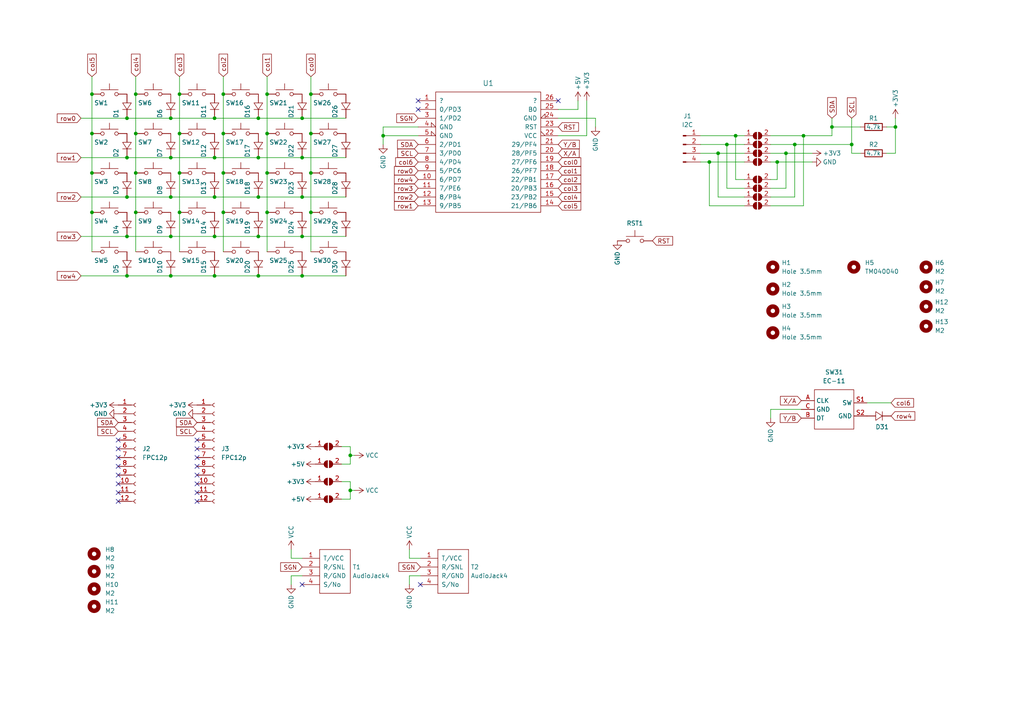
<source format=kicad_sch>
(kicad_sch (version 20230121) (generator eeschema)
  (paper "A4")
  (lib_symbols
    (symbol "Connector:Conn_01x04_Pin" (pin_names (offset 1.016) hide)
      (property "Reference" "J" (at 0 5.08 0))
      (property "Value" "Conn_01x04_Pin" (at 0 -7.62 0))
      (symbol "Conn_01x04_Pin_1_1"
        (pin passive line (at 5.08 2.54 180) (length 3.81) (name "Pin_1") (number "1"))
        (pin passive line (at 5.08 0 180) (length 3.81) (name "Pin_2") (number "2"))
        (pin passive line (at 5.08 -2.54 180) (length 3.81) (name "Pin_3") (number "3"))
        (pin passive line (at 5.08 -5.08 180) (length 3.81) (name "Pin_4") (number "4"))
      )
    )
    (symbol "Connector:Conn_01x12_Socket" (pin_names (offset 1.016) hide)
      (property "Reference" "J" (at 0 15.24 0))
      (property "Value" "Conn_01x12_Socket" (at 0 -17.78 0))
      (symbol "Conn_01x12_Socket_1_1"
        (pin passive line (at -5.08 12.7 0) (length 3.81) (name "Pin_1") (number "1"))
        (pin passive line (at -5.08 -10.16 0) (length 3.81) (name "Pin_10") (number "10"))
        (pin passive line (at -5.08 -12.7 0) (length 3.81) (name "Pin_11") (number "11"))
        (pin passive line (at -5.08 -15.24 0) (length 3.81) (name "Pin_12") (number "12"))
        (pin passive line (at -5.08 10.16 0) (length 3.81) (name "Pin_2") (number "2"))
        (pin passive line (at -5.08 7.62 0) (length 3.81) (name "Pin_3") (number "3"))
        (pin passive line (at -5.08 5.08 0) (length 3.81) (name "Pin_4") (number "4"))
        (pin passive line (at -5.08 2.54 0) (length 3.81) (name "Pin_5") (number "5"))
        (pin passive line (at -5.08 0 0) (length 3.81) (name "Pin_6") (number "6"))
        (pin passive line (at -5.08 -2.54 0) (length 3.81) (name "Pin_7") (number "7"))
        (pin passive line (at -5.08 -5.08 0) (length 3.81) (name "Pin_8") (number "8"))
        (pin passive line (at -5.08 -7.62 0) (length 3.81) (name "Pin_9") (number "9"))
      )
    )
    (symbol "Device:R" (pin_numbers hide) (pin_names (offset 0))
      (property "Reference" "R" (at 2.032 0 90))
      (property "Value" "R" (at 0 0 90))
      (symbol "R_1_1"
        (pin passive line (at 0 3.81 270) (length 1.27) (name "~") (number "1"))
        (pin passive line (at 0 -3.81 90) (length 1.27) (name "~") (number "2"))
      )
    )
    (symbol "DreaM117er_Library:DS_1N4148_SMD"
      (property "Reference" "D" (at 0 2.54 0))
      (property "Value" "1N4148_SMD" (at 0 -2.54 0))
      (symbol "DS_1N4148_SMD_1_1"
        (pin passive line (at -3.81 0 0) (length 2.54) (name "") (number "1"))
        (pin passive line (at 3.175 0 180) (length 2.54) (name "") (number "2"))
      )
    )
    (symbol "DreaM117er_Library:MCU_ProMicro_13p" (pin_names (offset 1.016))
      (property "Reference" "U1" (at 0 24.13 0))
      (symbol "MCU_ProMicro_13p_1_1"
        (pin passive line (at -20.32 16.51 0) (length 5.08) (name "?") (number "1"))
        (pin passive line (at -20.32 -6.35 0) (length 5.08) (name "6/PD7") (number "10"))
        (pin passive line (at -20.32 -8.89 0) (length 5.08) (name "7/PE6") (number "11"))
        (pin passive line (at -20.32 -11.43 0) (length 5.08) (name "8/PB4") (number "12"))
        (pin passive line (at -20.32 -13.97 0) (length 5.08) (name "9/PB5") (number "13"))
        (pin passive line (at 20.32 -13.97 180) (length 5.08) (name "21/PB6") (number "14"))
        (pin passive line (at 20.32 -11.43 180) (length 5.08) (name "23/PB2") (number "15"))
        (pin passive line (at 20.32 -8.89 180) (length 5.08) (name "20/PB3") (number "16"))
        (pin passive line (at 20.32 -6.35 180) (length 5.08) (name "22/PB1") (number "17"))
        (pin passive line (at 20.32 -3.81 180) (length 5.08) (name "26/PF7") (number "18"))
        (pin passive line (at 20.32 -1.27 180) (length 5.08) (name "27/PF6") (number "19"))
        (pin passive line (at -20.32 13.97 0) (length 5.08) (name "0/PD3") (number "2"))
        (pin passive line (at 20.32 1.27 180) (length 5.08) (name "28/PF5") (number "20"))
        (pin passive line (at 20.32 3.81 180) (length 5.08) (name "29/PF4") (number "21"))
        (pin passive output_low (at 20.32 6.35 180) (length 5.08) (name "VCC") (number "22"))
        (pin passive line (at 20.32 8.89 180) (length 5.08) (name "RST") (number "23"))
        (pin passive input_low (at 20.32 11.43 180) (length 5.08) (name "GND") (number "24"))
        (pin passive line (at 20.32 13.97 180) (length 5.08) (name "B0") (number "25"))
        (pin passive line (at 20.32 16.51 180) (length 5.08) (name "?") (number "26"))
        (pin passive line (at -20.32 11.43 0) (length 5.08) (name "1/PD2") (number "3"))
        (pin passive input_low (at -20.32 8.89 0) (length 5.08) (name "GND") (number "4"))
        (pin passive input_low (at -20.32 6.35 0) (length 5.08) (name "GND") (number "5"))
        (pin passive line (at -20.32 3.81 0) (length 5.08) (name "2/PD1") (number "6"))
        (pin passive line (at -20.32 1.27 0) (length 5.08) (name "3/PD0") (number "7"))
        (pin passive line (at -20.32 -1.27 0) (length 5.08) (name "4/PD4") (number "8"))
        (pin passive line (at -20.32 -3.81 0) (length 5.08) (name "5/PC6") (number "9"))
      )
    )
    (symbol "DreaM117er_Library:RotaryEncoder_EC-11"
      (property "Reference" "RE" (at 0 10.16 0))
      (property "Value" "RotaryEncoder_EC-11" (at 0 7.62 0))
      (symbol "RotaryEncoder_EC-11_1_1"
        (pin input line (at -9.525 2.54 0) (length 3.81) (name "CLK") (number "A"))
        (pin input line (at -9.525 -2.54 0) (length 3.81) (name "DT") (number "B"))
        (pin input line (at -9.525 0 0) (length 3.81) (name "GND") (number "C"))
        (pin input line (at 9.525 1.905 180) (length 3.81) (name "SW") (number "S1"))
        (pin input line (at 9.525 -1.905 180) (length 3.81) (name "GND") (number "S2"))
      )
    )
    (symbol "DreaM117er_Library:TRRS" (pin_names (offset 1.016))
      (property "Reference" "T1" (at -3.81 17.78 0))
      (property "Value" "AudioJack4" (at -3.81 15.24 0))
      (symbol "TRRS_1_1"
        (pin input line (at -8.89 10.16 0) (length 5.08) (name "T/VCC") (number "1"))
        (pin input line (at -8.89 7.62 0) (length 5.08) (name "R/SNL") (number "2"))
        (pin input line (at -8.89 5.08 0) (length 5.08) (name "R/GND") (number "3"))
        (pin input line (at -8.89 2.54 0) (length 5.08) (name "S/No") (number "4"))
      )
    )
    (symbol "Jumper:SolderJumper_2_Open" (pin_names (offset 0) hide)
      (property "Reference" "JP" (at 0 2.032 0))
      (property "Value" "SolderJumper_2_Open" (at 0 -2.54 0))
      (symbol "SolderJumper_2_Open_1_1"
        (pin passive line (at -3.81 0 0) (length 2.54) (name "A") (number "1"))
        (pin passive line (at 3.81 0 180) (length 2.54) (name "B") (number "2"))
      )
    )
    (symbol "Mechanical:MountingHole" (pin_names (offset 1.016))
      (property "Reference" "H" (at 0 5.08 0))
      (property "Value" "MountingHole" (at 0 3.175 0))
    )
    (symbol "Switch:SW_Push" (pin_numbers hide) (pin_names (offset 1.016) hide)
      (property "Reference" "SW" (at 1.27 2.54 0))
      (property "Value" "SW_Push" (at 0 -1.524 0))
      (symbol "SW_Push_0_1"
        (pin passive line (at -5.08 0 0) (length 2.54) (name "1") (number "1"))
        (pin passive line (at 5.08 0 180) (length 2.54) (name "2") (number "2"))
      )
    )
    (symbol "power:+3V3" (power) (pin_names (offset 0))
      (property "Value" "+3V3" (at 0 3.556 0))
      (symbol "+3V3_1_1"
        (pin power_in line (at 0 0 90) (length 0) hide (name "+3V3") (number "1"))
      )
    )
    (symbol "power:+5V" (power) (pin_names (offset 0))
      (property "Value" "+5V" (at 0 3.556 0))
      (symbol "+5V_1_1"
        (pin power_in line (at 0 0 90) (length 0) hide (name "+5V") (number "1"))
      )
    )
    (symbol "power:GND" (power) (pin_names (offset 0))
      (property "Value" "GND" (at 0 -3.81 0))
      (symbol "GND_1_1"
        (pin power_in line (at 0 0 270) (length 0) hide (name "GND") (number "1"))
      )
    )
    (symbol "power:VCC" (power) (pin_names (offset 0))
      (property "Value" "VCC" (at 0 3.81 0))
      (symbol "VCC_1_1"
        (pin power_in line (at 0 0 90) (length 0) hide (name "VCC") (number "1"))
      )
    )
  )
  (junction (at 52.07 50.165))
  (junction (at 64.77 27.305))
  (junction (at 77.47 61.595))
  (junction (at 36.83 80.01))
  (junction (at 52.07 61.595))
  (junction (at 62.23 57.15))
  (junction (at 26.67 50.165))
  (junction (at 64.77 61.595))
  (junction (at 52.07 38.735))
  (junction (at 87.63 68.58))
  (junction (at 205.74 46.99))
  (junction (at 36.83 68.58))
  (junction (at 90.17 50.165))
  (junction (at 74.93 68.58))
  (junction (at 111.125 39.37))
  (junction (at 49.53 57.15))
  (junction (at 101.6 142.24))
  (junction (at 259.715 36.83))
  (junction (at 247.015 41.91))
  (junction (at 77.47 27.305))
  (junction (at 227.965 44.45))
  (junction (at 213.36 39.37))
  (junction (at 39.37 61.595))
  (junction (at 74.93 57.15))
  (junction (at 77.47 50.165))
  (junction (at 210.82 41.91))
  (junction (at 87.63 45.72))
  (junction (at 74.93 34.29))
  (junction (at 39.37 27.305))
  (junction (at 52.07 27.305))
  (junction (at 26.67 38.735))
  (junction (at 39.37 50.165))
  (junction (at 62.23 45.72))
  (junction (at 64.77 38.735))
  (junction (at 39.37 38.735))
  (junction (at 74.93 45.72))
  (junction (at 74.93 80.01))
  (junction (at 233.045 39.37))
  (junction (at 208.28 44.45))
  (junction (at 87.63 80.01))
  (junction (at 26.67 61.595))
  (junction (at 36.83 34.29))
  (junction (at 90.17 27.305))
  (junction (at 230.505 41.91))
  (junction (at 49.53 80.01))
  (junction (at 26.67 27.305))
  (junction (at 225.425 46.99))
  (junction (at 87.63 57.15))
  (junction (at 62.23 68.58))
  (junction (at 36.83 45.72))
  (junction (at 62.23 34.29))
  (junction (at 90.17 61.595))
  (junction (at 49.53 34.29))
  (junction (at 87.63 34.29))
  (junction (at 36.83 57.15))
  (junction (at 241.3 36.83))
  (junction (at 49.53 45.72))
  (junction (at 62.23 80.01))
  (junction (at 64.77 50.165))
  (junction (at 49.53 68.58))
  (junction (at 101.6 132.08))
  (junction (at 90.17 38.735))
  (junction (at 77.47 38.735))
  (no_connect (at 121.285 29.21))
  (no_connect (at 121.285 31.75))
  (no_connect (at 34.29 142.875))
  (no_connect (at 87.63 169.545))
  (no_connect (at 121.92 169.545))
  (no_connect (at 57.15 137.795))
  (no_connect (at 57.15 132.715))
  (no_connect (at 57.15 127.635))
  (no_connect (at 34.29 145.415))
  (no_connect (at 57.15 135.255))
  (no_connect (at 34.29 140.335))
  (no_connect (at 57.15 130.175))
  (no_connect (at 57.15 140.335))
  (no_connect (at 34.29 132.715))
  (no_connect (at 34.29 130.175))
  (no_connect (at 34.29 127.635))
  (no_connect (at 57.15 142.875))
  (no_connect (at 57.15 145.415))
  (no_connect (at 161.925 29.21))
  (no_connect (at 34.29 135.255))
  (no_connect (at 34.29 137.795))
  (wire (pts (xy 101.6 134.62) (xy 101.6 132.08)))
  (wire (pts (xy 87.63 161.925) (xy 84.455 161.925)))
  (wire (pts (xy 26.67 50.165) (xy 26.67 61.595)))
  (wire (pts (xy 230.505 41.91) (xy 247.015 41.91)))
  (wire (pts (xy 249.555 44.45) (xy 247.015 44.45)))
  (wire (pts (xy 213.36 52.07) (xy 213.36 39.37)))
  (wire (pts (xy 247.015 41.91) (xy 247.015 44.45)))
  (wire (pts (xy 49.53 45.72) (xy 62.23 45.72)))
  (wire (pts (xy 64.77 22.225) (xy 64.77 27.305)))
  (wire (pts (xy 84.455 167.005) (xy 87.63 167.005)))
  (wire (pts (xy 36.83 57.15) (xy 49.53 57.15)))
  (wire (pts (xy 23.495 68.58) (xy 36.83 68.58)))
  (wire (pts (xy 205.74 46.99) (xy 215.9 46.99)))
  (wire (pts (xy 247.015 34.29) (xy 247.015 41.91)))
  (wire (pts (xy 77.47 27.305) (xy 77.47 38.735)))
  (wire (pts (xy 23.495 80.01) (xy 36.83 80.01)))
  (wire (pts (xy 223.52 52.07) (xy 225.425 52.07)))
  (wire (pts (xy 49.53 68.58) (xy 62.23 68.58)))
  (wire (pts (xy 52.07 38.735) (xy 52.07 50.165)))
  (wire (pts (xy 101.6 132.08) (xy 102.87 132.08)))
  (wire (pts (xy 223.52 59.69) (xy 233.045 59.69)))
  (wire (pts (xy 39.37 38.735) (xy 39.37 50.165)))
  (wire (pts (xy 26.67 61.595) (xy 26.67 73.025)))
  (wire (pts (xy 87.63 45.72) (xy 100.33 45.72)))
  (wire (pts (xy 36.83 68.58) (xy 49.53 68.58)))
  (wire (pts (xy 64.77 27.305) (xy 64.77 38.735)))
  (wire (pts (xy 87.63 68.58) (xy 100.33 68.58)))
  (wire (pts (xy 77.47 61.595) (xy 77.47 73.025)))
  (wire (pts (xy 99.06 139.7) (xy 101.6 139.7)))
  (wire (pts (xy 208.28 44.45) (xy 215.9 44.45)))
  (wire (pts (xy 101.6 144.78) (xy 101.6 142.24)))
  (wire (pts (xy 90.17 61.595) (xy 90.17 73.025)))
  (wire (pts (xy 52.07 50.165) (xy 52.07 61.595)))
  (wire (pts (xy 87.63 57.15) (xy 100.33 57.15)))
  (wire (pts (xy 257.175 44.45) (xy 259.715 44.45)))
  (wire (pts (xy 49.53 80.01) (xy 62.23 80.01)))
  (wire (pts (xy 258.445 116.84) (xy 251.46 116.84)))
  (wire (pts (xy 36.83 45.72) (xy 49.53 45.72)))
  (wire (pts (xy 227.965 54.61) (xy 227.965 44.45)))
  (wire (pts (xy 64.77 38.735) (xy 64.77 50.165)))
  (wire (pts (xy 74.93 45.72) (xy 87.63 45.72)))
  (wire (pts (xy 121.285 36.83) (xy 111.125 36.83)))
  (wire (pts (xy 62.23 57.15) (xy 74.93 57.15)))
  (wire (pts (xy 39.37 50.165) (xy 39.37 61.595)))
  (wire (pts (xy 225.425 52.07) (xy 225.425 46.99)))
  (wire (pts (xy 26.67 22.225) (xy 26.67 27.305)))
  (wire (pts (xy 215.9 57.15) (xy 208.28 57.15)))
  (wire (pts (xy 39.37 22.225) (xy 39.37 27.305)))
  (wire (pts (xy 215.9 54.61) (xy 210.82 54.61)))
  (wire (pts (xy 223.52 44.45) (xy 227.965 44.45)))
  (wire (pts (xy 223.52 57.15) (xy 230.505 57.15)))
  (wire (pts (xy 99.06 134.62) (xy 101.6 134.62)))
  (wire (pts (xy 223.52 39.37) (xy 233.045 39.37)))
  (wire (pts (xy 203.2 39.37) (xy 213.36 39.37)))
  (wire (pts (xy 233.045 59.69) (xy 233.045 39.37)))
  (wire (pts (xy 62.23 45.72) (xy 74.93 45.72)))
  (wire (pts (xy 49.53 57.15) (xy 62.23 57.15)))
  (wire (pts (xy 230.505 57.15) (xy 230.505 41.91)))
  (wire (pts (xy 167.64 31.75) (xy 161.925 31.75)))
  (wire (pts (xy 210.82 41.91) (xy 215.9 41.91)))
  (wire (pts (xy 84.455 161.925) (xy 84.455 159.385)))
  (wire (pts (xy 203.2 46.99) (xy 205.74 46.99)))
  (wire (pts (xy 52.07 61.595) (xy 52.07 73.025)))
  (wire (pts (xy 259.715 36.83) (xy 257.175 36.83)))
  (wire (pts (xy 62.23 68.58) (xy 74.93 68.58)))
  (wire (pts (xy 208.28 57.15) (xy 208.28 44.45)))
  (wire (pts (xy 101.6 129.54) (xy 101.6 132.08)))
  (wire (pts (xy 241.3 39.37) (xy 241.3 36.83)))
  (wire (pts (xy 87.63 80.01) (xy 100.33 80.01)))
  (wire (pts (xy 210.82 54.61) (xy 210.82 41.91)))
  (wire (pts (xy 205.74 59.69) (xy 205.74 46.99)))
  (wire (pts (xy 90.17 27.305) (xy 90.17 38.735)))
  (wire (pts (xy 223.52 54.61) (xy 227.965 54.61)))
  (wire (pts (xy 23.495 34.29) (xy 36.83 34.29)))
  (wire (pts (xy 111.125 41.91) (xy 111.125 39.37)))
  (wire (pts (xy 223.52 121.285) (xy 223.52 118.745)))
  (wire (pts (xy 36.83 34.29) (xy 49.53 34.29)))
  (wire (pts (xy 62.23 34.29) (xy 74.93 34.29)))
  (wire (pts (xy 170.18 39.37) (xy 170.18 29.21)))
  (wire (pts (xy 203.2 41.91) (xy 210.82 41.91)))
  (wire (pts (xy 249.555 36.83) (xy 241.3 36.83)))
  (wire (pts (xy 90.17 50.165) (xy 90.17 61.595)))
  (wire (pts (xy 26.67 38.735) (xy 26.67 50.165)))
  (wire (pts (xy 121.92 161.925) (xy 118.745 161.925)))
  (wire (pts (xy 213.36 39.37) (xy 215.9 39.37)))
  (wire (pts (xy 101.6 142.24) (xy 102.87 142.24)))
  (wire (pts (xy 52.07 22.225) (xy 52.07 27.305)))
  (wire (pts (xy 118.745 167.005) (xy 121.92 167.005)))
  (wire (pts (xy 172.72 36.83) (xy 172.72 34.29)))
  (wire (pts (xy 49.53 34.29) (xy 62.23 34.29)))
  (wire (pts (xy 23.495 57.15) (xy 36.83 57.15)))
  (wire (pts (xy 77.47 50.165) (xy 77.47 61.595)))
  (wire (pts (xy 39.37 61.595) (xy 39.37 73.025)))
  (wire (pts (xy 52.07 27.305) (xy 52.07 38.735)))
  (wire (pts (xy 111.125 36.83) (xy 111.125 39.37)))
  (wire (pts (xy 64.77 61.595) (xy 64.77 73.025)))
  (wire (pts (xy 111.125 39.37) (xy 121.285 39.37)))
  (wire (pts (xy 203.2 44.45) (xy 208.28 44.45)))
  (wire (pts (xy 227.965 44.45) (xy 235.585 44.45)))
  (wire (pts (xy 225.425 46.99) (xy 235.585 46.99)))
  (wire (pts (xy 62.23 80.01) (xy 74.93 80.01)))
  (wire (pts (xy 161.925 39.37) (xy 170.18 39.37)))
  (wire (pts (xy 223.52 118.745) (xy 232.41 118.745)))
  (wire (pts (xy 36.83 80.01) (xy 49.53 80.01)))
  (wire (pts (xy 90.17 38.735) (xy 90.17 50.165)))
  (wire (pts (xy 87.63 34.29) (xy 100.33 34.29)))
  (wire (pts (xy 259.715 34.29) (xy 259.715 36.83)))
  (wire (pts (xy 167.64 29.21) (xy 167.64 31.75)))
  (wire (pts (xy 39.37 27.305) (xy 39.37 38.735)))
  (wire (pts (xy 99.06 144.78) (xy 101.6 144.78)))
  (wire (pts (xy 77.47 22.225) (xy 77.47 27.305)))
  (wire (pts (xy 74.93 68.58) (xy 87.63 68.58)))
  (wire (pts (xy 223.52 46.99) (xy 225.425 46.99)))
  (wire (pts (xy 90.17 22.225) (xy 90.17 27.305)))
  (wire (pts (xy 77.47 38.735) (xy 77.47 50.165)))
  (wire (pts (xy 215.9 52.07) (xy 213.36 52.07)))
  (wire (pts (xy 118.745 161.925) (xy 118.745 159.385)))
  (wire (pts (xy 259.715 44.45) (xy 259.715 36.83)))
  (wire (pts (xy 233.045 39.37) (xy 241.3 39.37)))
  (wire (pts (xy 64.77 50.165) (xy 64.77 61.595)))
  (wire (pts (xy 223.52 41.91) (xy 230.505 41.91)))
  (wire (pts (xy 74.93 34.29) (xy 87.63 34.29)))
  (wire (pts (xy 84.455 169.545) (xy 84.455 167.005)))
  (wire (pts (xy 74.93 80.01) (xy 87.63 80.01)))
  (wire (pts (xy 101.6 139.7) (xy 101.6 142.24)))
  (wire (pts (xy 118.745 169.545) (xy 118.745 167.005)))
  (wire (pts (xy 74.93 57.15) (xy 87.63 57.15)))
  (wire (pts (xy 215.9 59.69) (xy 205.74 59.69)))
  (wire (pts (xy 26.67 27.305) (xy 26.67 38.735)))
  (wire (pts (xy 99.06 129.54) (xy 101.6 129.54)))
  (wire (pts (xy 241.3 36.83) (xy 241.3 34.29)))
  (wire (pts (xy 23.495 45.72) (xy 36.83 45.72)))
  (wire (pts (xy 172.72 34.29) (xy 161.925 34.29)))
  (global_label "row1" (shape input) (at 23.495 45.72 180) (property "Intersheetrefs" "${INTERSHEET_REFS}" (effects hide)))
  (global_label "col1" (shape input) (at 77.47 22.225 90) (property "Intersheetrefs" "${INTERSHEET_REFS}" (effects hide)))
  (global_label "col2" (shape input) (at 161.925 52.07 0) (property "Intersheetrefs" "${INTERSHEET_REFS}" (effects hide)))
  (global_label "SDA" (shape input) (at 121.285 41.91 180) (property "Intersheetrefs" "${INTERSHEET_REFS}" (effects hide)))
  (global_label "SCL" (shape input) (at 34.29 125.095 180) (property "Intersheetrefs" "${INTERSHEET_REFS}" (effects hide)))
  (global_label "row1" (shape input) (at 121.285 59.69 180) (property "Intersheetrefs" "${INTERSHEET_REFS}" (effects hide)))
  (global_label "col6" (shape input) (at 121.285 46.99 180) (property "Intersheetrefs" "${INTERSHEET_REFS}" (effects hide)))
  (global_label "row2" (shape input) (at 121.285 57.15 180) (property "Intersheetrefs" "${INTERSHEET_REFS}" (effects hide)))
  (global_label "SCL" (shape input) (at 121.285 44.45 180) (property "Intersheetrefs" "${INTERSHEET_REFS}" (effects hide)))
  (global_label "Y{slash}B" (shape input) (at 232.41 121.285 180) (property "Intersheetrefs" "${INTERSHEET_REFS}" (effects hide)))
  (global_label "SDA" (shape input) (at 34.29 122.555 180) (property "Intersheetrefs" "${INTERSHEET_REFS}" (effects hide)))
  (global_label "col0" (shape input) (at 161.925 46.99 0) (property "Intersheetrefs" "${INTERSHEET_REFS}" (effects hide)))
  (global_label "col2" (shape input) (at 64.77 22.225 90) (property "Intersheetrefs" "${INTERSHEET_REFS}" (effects hide)))
  (global_label "row4" (shape input) (at 121.285 52.07 180) (property "Intersheetrefs" "${INTERSHEET_REFS}" (effects hide)))
  (global_label "SDA" (shape input) (at 57.15 122.555 180) (property "Intersheetrefs" "${INTERSHEET_REFS}" (effects hide)))
  (global_label "col5" (shape input) (at 26.67 22.225 90) (property "Intersheetrefs" "${INTERSHEET_REFS}" (effects hide)))
  (global_label "SGN" (shape input) (at 121.92 164.465 180) (property "Intersheetrefs" "${INTERSHEET_REFS}" (effects hide)))
  (global_label "SDA" (shape input) (at 241.3 34.29 90) (property "Intersheetrefs" "${INTERSHEET_REFS}" (effects hide)))
  (global_label "col0" (shape input) (at 90.17 22.225 90) (property "Intersheetrefs" "${INTERSHEET_REFS}" (effects hide)))
  (global_label "SCL" (shape input) (at 57.15 125.095 180) (property "Intersheetrefs" "${INTERSHEET_REFS}" (effects hide)))
  (global_label "X{slash}A" (shape input) (at 232.41 116.205 180) (property "Intersheetrefs" "${INTERSHEET_REFS}" (effects hide)))
  (global_label "row3" (shape input) (at 121.285 54.61 180) (property "Intersheetrefs" "${INTERSHEET_REFS}" (effects hide)))
  (global_label "col4" (shape input) (at 39.37 22.225 90) (property "Intersheetrefs" "${INTERSHEET_REFS}" (effects hide)))
  (global_label "col1" (shape input) (at 161.925 49.53 0) (property "Intersheetrefs" "${INTERSHEET_REFS}" (effects hide)))
  (global_label "row4" (shape input) (at 258.445 120.65 0) (property "Intersheetrefs" "${INTERSHEET_REFS}" (effects hide)))
  (global_label "row2" (shape input) (at 23.495 57.15 180) (property "Intersheetrefs" "${INTERSHEET_REFS}" (effects hide)))
  (global_label "row0" (shape input) (at 23.495 34.29 180) (property "Intersheetrefs" "${INTERSHEET_REFS}" (effects hide)))
  (global_label "col5" (shape input) (at 161.925 59.69 0) (property "Intersheetrefs" "${INTERSHEET_REFS}" (effects hide)))
  (global_label "col3" (shape input) (at 52.07 22.225 90) (property "Intersheetrefs" "${INTERSHEET_REFS}" (effects hide)))
  (global_label "SGN" (shape input) (at 87.63 164.465 180) (property "Intersheetrefs" "${INTERSHEET_REFS}" (effects hide)))
  (global_label "col3" (shape input) (at 161.925 54.61 0) (property "Intersheetrefs" "${INTERSHEET_REFS}" (effects hide)))
  (global_label "row0" (shape input) (at 121.285 49.53 180) (property "Intersheetrefs" "${INTERSHEET_REFS}" (effects hide)))
  (global_label "RST" (shape input) (at 161.925 36.83 0) (property "Intersheetrefs" "${INTERSHEET_REFS}" (effects hide)))
  (global_label "X{slash}A" (shape input) (at 161.925 44.45 0) (property "Intersheetrefs" "${INTERSHEET_REFS}" (effects hide)))
  (global_label "col4" (shape input) (at 161.925 57.15 0) (property "Intersheetrefs" "${INTERSHEET_REFS}" (effects hide)))
  (global_label "SGN" (shape input) (at 121.285 34.29 180) (property "Intersheetrefs" "${INTERSHEET_REFS}" (effects hide)))
  (global_label "SCL" (shape input) (at 247.015 34.29 90) (property "Intersheetrefs" "${INTERSHEET_REFS}" (effects hide)))
  (global_label "row3" (shape input) (at 23.495 68.58 180) (property "Intersheetrefs" "${INTERSHEET_REFS}" (effects hide)))
  (global_label "col6" (shape input) (at 258.445 116.84 0) (property "Intersheetrefs" "${INTERSHEET_REFS}" (effects hide)))
  (global_label "RST" (shape input) (at 189.23 69.85 0) (property "Intersheetrefs" "${INTERSHEET_REFS}" (effects hide)))
  (global_label "Y{slash}B" (shape input) (at 161.925 41.91 0) (property "Intersheetrefs" "${INTERSHEET_REFS}" (effects hide)))
  (global_label "row4" (shape input) (at 23.495 80.01 180) (property "Intersheetrefs" "${INTERSHEET_REFS}" (effects hide)))
  (symbol (lib_id "Jumper:SolderJumper_2_Open") (at 219.71 59.69 0) (unit 1)
    (property "Reference" "JP12" (effects hide))
    (property "Value" "PWR1" (effects hide))
    (property "Footprint" "Jumper:SolderJumper-2_P1.3mm_Open_RoundedPad1.0x1.5mm" (effects hide))
  )
  (symbol (lib_id "Switch:SW_Push") (at 44.45 50.165 0) (unit 1)
    (property "Reference" "SW8" (at 40.005 52.705 0) (effects (justify left)))
    (property "Value" "SW_Push" (effects hide))
    (property "Footprint" "DreaM117er-keebLibrary:SW_Choc_GLP_KLP12_Hotswap_1.00u_dual" (effects hide))
  )
  (symbol (lib_id "power:+3V3") (at 34.29 117.475 90) (unit 1)
    (property "Reference" "#PWR017" (effects hide))
    (property "Value" "+3V3" (at 28.575 117.475 90))
  )
  (symbol (lib_id "power:+5V") (at 167.64 29.21 0) (unit 1)
    (property "Reference" "#PWR06" (effects hide))
    (property "Value" "+5V" (at 167.64 24.13 90))
  )
  (symbol (lib_id "Switch:SW_Push") (at 82.55 50.165 0) (unit 1)
    (property "Reference" "SW23" (at 78.105 52.705 0) (effects (justify left)))
    (property "Value" "SW_Push" (effects hide))
    (property "Footprint" "DreaM117er-keebLibrary:SW_Choc_GLP_KLP12_Hotswap_1.00u_dual" (effects hide))
  )
  (symbol (lib_id "DreaM117er_Library:DS_1N4148_SMD") (at 74.93 41.91 90) (unit 1)
    (property "Reference" "D17" (at 71.755 45.72 0) (effects (justify left)))
    (property "Value" "1N4148_SMD" (effects hide))
    (property "Footprint" "DreaM117er-keebLibrary:D_SOD-123_dual" (effects hide))
  )
  (symbol (lib_id "power:+3V3") (at 259.715 34.29 0) (unit 1)
    (property "Reference" "#PWR09" (effects hide))
    (property "Value" "+3V3" (at 259.715 28.575 90))
  )
  (symbol (lib_id "Switch:SW_Push") (at 69.85 38.735 0) (unit 1)
    (property "Reference" "SW17" (at 65.405 41.275 0) (effects (justify left)))
    (property "Value" "SW_Push" (effects hide))
    (property "Footprint" "DreaM117er-keebLibrary:SW_Choc_GLP_KLP12_Hotswap_1.00u_dual" (effects hide))
  )
  (symbol (lib_id "DreaM117er_Library:DS_1N4148_SMD") (at 62.23 53.34 90) (unit 1)
    (property "Reference" "D13" (at 59.055 56.515 0) (effects (justify left)))
    (property "Value" "1N4148_SMD" (effects hide))
    (property "Footprint" "DreaM117er-keebLibrary:D_SOD-123_dual" (effects hide))
  )
  (symbol (lib_id "Connector:Conn_01x12_Socket") (at 62.23 130.175 0) (unit 1)
    (property "Reference" "J3" (at 64.135 130.175 0) (effects (justify left)))
    (property "Value" "FPC12p" (at 64.135 132.715 0) (effects (justify left)))
    (property "Footprint" "DreaM117er-keebLibrary:Hirose_FH12-12S-0.5SH_1x12-1MP_P0.50mm_Horizontal" (effects hide))
  )
  (symbol (lib_id "DreaM117er_Library:DS_1N4148_SMD") (at 87.63 53.34 90) (unit 1)
    (property "Reference" "D23" (at 84.455 56.515 0) (effects (justify left)))
    (property "Value" "1N4148_SMD" (effects hide))
    (property "Footprint" "DreaM117er-keebLibrary:D_SOD-123_dual" (effects hide))
  )
  (symbol (lib_id "DreaM117er_Library:DS_1N4148_SMD") (at 49.53 76.2 90) (unit 1)
    (property "Reference" "D10" (at 46.355 79.375 0) (effects (justify left)))
    (property "Value" "1N4148_SMD" (effects hide))
    (property "Footprint" "DreaM117er-keebLibrary:D_SOD-123_dual" (effects hide))
  )
  (symbol (lib_id "Mechanical:MountingHole") (at 224.155 90.17 0) (unit 1)
    (property "Reference" "H3" (at 226.695 88.9 0) (effects (justify left)))
    (property "Value" "Hole 3.5mm" (at 226.695 91.44 0) (effects (justify left)))
    (property "Footprint" "MountingHole:MountingHole_3.5mm" (effects hide))
  )
  (symbol (lib_id "Switch:SW_Push") (at 69.85 27.305 0) (unit 1)
    (property "Reference" "SW16" (at 65.405 29.845 0) (effects (justify left)))
    (property "Value" "SW_Push" (effects hide))
    (property "Footprint" "DreaM117er-keebLibrary:SW_Choc_GLP_KLP12_Hotswap_1.00u_dual" (effects hide))
  )
  (symbol (lib_id "Switch:SW_Push") (at 31.75 50.165 0) (unit 1)
    (property "Reference" "SW3" (at 27.305 52.705 0) (effects (justify left)))
    (property "Value" "SW_Push" (effects hide))
    (property "Footprint" "DreaM117er-keebLibrary:SW_Choc_GLP_KLP12_Hotswap_1.00u_dual" (effects hide))
  )
  (symbol (lib_id "Mechanical:MountingHole") (at 268.605 83.185 0) (unit 1)
    (property "Reference" "H7" (at 271.145 81.915 0) (effects (justify left)))
    (property "Value" "M2" (at 271.145 84.455 0) (effects (justify left)))
    (property "Footprint" "MountingHole:MountingHole_2.2mm_M2" (effects hide))
  )
  (symbol (lib_id "Jumper:SolderJumper_2_Open") (at 219.71 46.99 0) (unit 1)
    (property "Reference" "JP8" (effects hide))
    (property "Value" "PWR1" (effects hide))
    (property "Footprint" "Jumper:SolderJumper-2_P1.3mm_Open_RoundedPad1.0x1.5mm" (effects hide))
  )
  (symbol (lib_id "Switch:SW_Push") (at 95.25 50.165 0) (unit 1)
    (property "Reference" "SW28" (at 90.805 52.705 0) (effects (justify left)))
    (property "Value" "SW_Push" (effects hide))
    (property "Footprint" "DreaM117er-keebLibrary:SW_Choc_GLP_KLP12_Hotswap_1.00u_dual" (effects hide))
  )
  (symbol (lib_id "power:VCC") (at 102.87 132.08 270) (mirror x) (unit 1)
    (property "Reference" "#PWR011" (effects hide))
    (property "Value" "VCC" (at 107.95 132.08 90))
  )
  (symbol (lib_id "DreaM117er_Library:DS_1N4148_SMD") (at 87.63 30.48 90) (unit 1)
    (property "Reference" "D21" (at 84.455 34.29 0) (effects (justify left)))
    (property "Value" "1N4148_SMD" (effects hide))
    (property "Footprint" "DreaM117er-keebLibrary:D_SOD-123_dual" (effects hide))
  )
  (symbol (lib_id "DreaM117er_Library:DS_1N4148_SMD") (at 62.23 76.2 90) (unit 1)
    (property "Reference" "D15" (at 59.055 79.375 0) (effects (justify left)))
    (property "Value" "1N4148_SMD" (effects hide))
    (property "Footprint" "DreaM117er-keebLibrary:D_SOD-123_dual" (effects hide))
  )
  (symbol (lib_id "DreaM117er_Library:DS_1N4148_SMD") (at 62.23 64.77 90) (unit 1)
    (property "Reference" "D14" (at 59.055 67.945 0) (effects (justify left)))
    (property "Value" "1N4148_SMD" (effects hide))
    (property "Footprint" "DreaM117er-keebLibrary:D_SOD-123_dual" (effects hide))
  )
  (symbol (lib_id "Switch:SW_Push") (at 82.55 38.735 0) (unit 1)
    (property "Reference" "SW22" (at 78.105 41.275 0) (effects (justify left)))
    (property "Value" "SW_Push" (effects hide))
    (property "Footprint" "DreaM117er-keebLibrary:SW_Choc_GLP_KLP12_Hotswap_1.00u_dual" (effects hide))
  )
  (symbol (lib_id "Connector:Conn_01x04_Pin") (at 198.12 41.91 0) (unit 1)
    (property "Reference" "J1" (at 199.39 33.655 0))
    (property "Value" "I2C" (at 199.39 36.195 0))
    (property "Footprint" "DreaM117er-keebLibrary:PinHeader_1x04_P2.54mm_Vertical" (effects hide))
  )
  (symbol (lib_id "Switch:SW_Push") (at 57.15 50.165 0) (unit 1)
    (property "Reference" "SW13" (at 52.705 52.705 0) (effects (justify left)))
    (property "Value" "SW_Push" (effects hide))
    (property "Footprint" "DreaM117er-keebLibrary:SW_Choc_GLP_KLP12_Hotswap_1.00u_dual" (effects hide))
  )
  (symbol (lib_id "Switch:SW_Push") (at 31.75 73.025 0) (unit 1)
    (property "Reference" "SW5" (at 27.305 75.565 0) (effects (justify left)))
    (property "Value" "SW_Push" (effects hide))
    (property "Footprint" "DreaM117er-keebLibrary:SW_Choc_GLP_KLP12_Hotswap_1.00u_dual" (effects hide))
  )
  (symbol (lib_id "Jumper:SolderJumper_2_Open") (at 95.25 139.7 0) (unit 1)
    (property "Reference" "JP3" (effects hide))
    (property "Value" "PWR1" (effects hide))
    (property "Footprint" "Jumper:SolderJumper-2_P1.3mm_Open_Pad1.0x1.5mm" (effects hide))
  )
  (symbol (lib_id "Switch:SW_Push") (at 57.15 38.735 0) (unit 1)
    (property "Reference" "SW12" (at 52.705 41.275 0) (effects (justify left)))
    (property "Value" "SW_Push" (effects hide))
    (property "Footprint" "DreaM117er-keebLibrary:SW_Choc_GLP_KLP12_Hotswap_1.00u_dual" (effects hide))
  )
  (symbol (lib_id "Jumper:SolderJumper_2_Open") (at 219.71 41.91 0) (unit 1)
    (property "Reference" "JP6" (effects hide))
    (property "Value" "PWR1" (effects hide))
    (property "Footprint" "Jumper:SolderJumper-2_P1.3mm_Open_RoundedPad1.0x1.5mm" (effects hide))
  )
  (symbol (lib_id "Switch:SW_Push") (at 95.25 73.025 0) (unit 1)
    (property "Reference" "SW30" (at 90.805 75.565 0) (effects (justify left)))
    (property "Value" "SW_Push" (effects hide))
    (property "Footprint" "DreaM117er-keebLibrary:SW_Choc_GLP_KLP12_Hotswap_1.00u_dual" (effects hide))
  )
  (symbol (lib_id "Switch:SW_Push") (at 69.85 50.165 0) (unit 1)
    (property "Reference" "SW18" (at 65.405 52.705 0) (effects (justify left)))
    (property "Value" "SW_Push" (effects hide))
    (property "Footprint" "DreaM117er-keebLibrary:SW_Choc_GLP_KLP12_Hotswap_1.00u_dual" (effects hide))
  )
  (symbol (lib_id "power:GND") (at 34.29 120.015 270) (unit 1)
    (property "Reference" "#PWR018" (effects hide))
    (property "Value" "GND" (at 29.21 120.015 90))
  )
  (symbol (lib_id "DreaM117er_Library:DS_1N4148_SMD") (at 100.33 64.77 90) (unit 1)
    (property "Reference" "D29" (at 97.155 67.945 0) (effects (justify left)))
    (property "Value" "1N4148_SMD" (effects hide))
    (property "Footprint" "DreaM117er-keebLibrary:D_SOD-123_dual" (effects hide))
  )
  (symbol (lib_id "DreaM117er_Library:RotaryEncoder_EC-11") (at 241.935 118.745 0) (unit 1)
    (property "Reference" "SW31" (at 241.935 107.95 0))
    (property "Value" "EC-11" (at 241.935 110.49 0))
    (property "Footprint" "DreaM117er-keebLibrary:RotaryEncoder_EC11" (effects hide))
  )
  (symbol (lib_id "Switch:SW_Push") (at 95.25 38.735 0) (unit 1)
    (property "Reference" "SW27" (at 90.805 41.275 0) (effects (justify left)))
    (property "Value" "SW_Push" (effects hide))
    (property "Footprint" "DreaM117er-keebLibrary:SW_Choc_GLP_KLP12_Hotswap_1.00u_dual" (effects hide))
  )
  (symbol (lib_id "DreaM117er_Library:DS_1N4148_SMD") (at 49.53 41.91 90) (unit 1)
    (property "Reference" "D7" (at 46.355 45.72 0) (effects (justify left)))
    (property "Value" "1N4148_SMD" (effects hide))
    (property "Footprint" "DreaM117er-keebLibrary:D_SOD-123_dual" (effects hide))
  )
  (symbol (lib_id "power:GND") (at 118.745 169.545 0) (unit 1)
    (property "Reference" "#PWR023" (effects hide))
    (property "Value" "GND" (at 118.745 174.625 90))
  )
  (symbol (lib_id "Switch:SW_Push") (at 82.55 61.595 0) (unit 1)
    (property "Reference" "SW24" (at 78.105 64.135 0) (effects (justify left)))
    (property "Value" "SW_Push" (effects hide))
    (property "Footprint" "DreaM117er-keebLibrary:SW_Choc_GLP_KLP12_Hotswap_1.00u_dual" (effects hide))
  )
  (symbol (lib_id "Switch:SW_Push") (at 44.45 27.305 0) (unit 1)
    (property "Reference" "SW6" (at 40.005 29.845 0) (effects (justify left)))
    (property "Value" "SW_Push" (effects hide))
    (property "Footprint" "DreaM117er-keebLibrary:SW_Choc_GLP_KLP12_Hotswap_1.00u_dual" (effects hide))
  )
  (symbol (lib_id "power:VCC") (at 118.745 159.385 0) (mirror y) (unit 1)
    (property "Reference" "#PWR016" (effects hide))
    (property "Value" "VCC" (at 118.745 154.305 90))
  )
  (symbol (lib_id "Mechanical:MountingHole") (at 27.305 175.895 0) (unit 1)
    (property "Reference" "H11" (at 30.48 174.625 0) (effects (justify left)))
    (property "Value" "M2" (at 30.48 177.165 0) (effects (justify left)))
    (property "Footprint" "MountingHole:MountingHole_2.2mm_M2" (effects hide))
  )
  (symbol (lib_id "power:GND") (at 172.72 36.83 0) (unit 1)
    (property "Reference" "#PWR03" (effects hide))
    (property "Value" "GND" (at 172.72 41.91 90))
  )
  (symbol (lib_id "Switch:SW_Push") (at 44.45 73.025 0) (unit 1)
    (property "Reference" "SW10" (at 40.005 75.565 0) (effects (justify left)))
    (property "Value" "SW_Push" (effects hide))
    (property "Footprint" "DreaM117er-keebLibrary:SW_Choc_GLP_KLP12_Hotswap_1.00u_dual" (effects hide))
  )
  (symbol (lib_id "DreaM117er_Library:DS_1N4148_SMD") (at 49.53 53.34 90) (unit 1)
    (property "Reference" "D8" (at 46.355 56.515 0) (effects (justify left)))
    (property "Value" "1N4148_SMD" (effects hide))
    (property "Footprint" "DreaM117er-keebLibrary:D_SOD-123_dual" (effects hide))
  )
  (symbol (lib_id "Connector:Conn_01x12_Socket") (at 39.37 130.175 0) (unit 1)
    (property "Reference" "J2" (at 41.275 130.175 0) (effects (justify left)))
    (property "Value" "FPC12p" (at 41.275 132.715 0) (effects (justify left)))
    (property "Footprint" "DreaM117er-keebLibrary:Hirose_FH12-12S-0.5SH_1x12-1MP_P0.50mm_Horizontal" (effects hide))
  )
  (symbol (lib_id "Switch:SW_Push") (at 44.45 61.595 0) (unit 1)
    (property "Reference" "SW9" (at 40.005 64.135 0) (effects (justify left)))
    (property "Value" "SW_Push" (effects hide))
    (property "Footprint" "DreaM117er-keebLibrary:SW_Choc_GLP_KLP12_Hotswap_1.00u_dual" (effects hide))
  )
  (symbol (lib_id "Switch:SW_Push") (at 57.15 27.305 0) (unit 1)
    (property "Reference" "SW11" (at 52.705 29.845 0) (effects (justify left)))
    (property "Value" "SW_Push" (effects hide))
    (property "Footprint" "DreaM117er-keebLibrary:SW_Choc_GLP_KLP12_Hotswap_1.00u_dual" (effects hide))
  )
  (symbol (lib_id "power:VCC") (at 84.455 159.385 0) (mirror y) (unit 1)
    (property "Reference" "#PWR015" (effects hide))
    (property "Value" "VCC" (at 84.455 154.305 90))
  )
  (symbol (lib_id "power:+3V3") (at 235.585 44.45 270) (unit 1)
    (property "Reference" "#PWR022" (effects hide))
    (property "Value" "+3V3" (at 241.3 44.45 90))
  )
  (symbol (lib_id "DreaM117er_Library:DS_1N4148_SMD") (at 74.93 30.48 90) (unit 1)
    (property "Reference" "D16" (at 71.755 34.29 0) (effects (justify left)))
    (property "Value" "1N4148_SMD" (effects hide))
    (property "Footprint" "DreaM117er-keebLibrary:D_SOD-123_dual" (effects hide))
  )
  (symbol (lib_id "power:GND") (at 223.52 121.285 0) (unit 1)
    (property "Reference" "#PWR01" (effects hide))
    (property "Value" "GND" (at 223.52 126.365 90))
  )
  (symbol (lib_id "Mechanical:MountingHole") (at 224.155 96.52 0) (unit 1)
    (property "Reference" "H4" (at 226.695 95.25 0) (effects (justify left)))
    (property "Value" "Hole 3.5mm" (at 226.695 97.79 0) (effects (justify left)))
    (property "Footprint" "MountingHole:MountingHole_3.5mm" (effects hide))
  )
  (symbol (lib_id "DreaM117er_Library:DS_1N4148_SMD") (at 100.33 41.91 90) (unit 1)
    (property "Reference" "D27" (at 97.155 45.72 0) (effects (justify left)))
    (property "Value" "1N4148_SMD" (effects hide))
    (property "Footprint" "DreaM117er-keebLibrary:D_SOD-123_dual" (effects hide))
  )
  (symbol (lib_id "Jumper:SolderJumper_2_Open") (at 219.71 52.07 0) (unit 1)
    (property "Reference" "JP9" (effects hide))
    (property "Value" "PWR1" (effects hide))
    (property "Footprint" "Jumper:SolderJumper-2_P1.3mm_Open_RoundedPad1.0x1.5mm" (effects hide))
  )
  (symbol (lib_id "Jumper:SolderJumper_2_Open") (at 219.71 39.37 0) (unit 1)
    (property "Reference" "JP5" (effects hide))
    (property "Value" "PWR1" (effects hide))
    (property "Footprint" "Jumper:SolderJumper-2_P1.3mm_Open_RoundedPad1.0x1.5mm" (effects hide))
  )
  (symbol (lib_id "DreaM117er_Library:DS_1N4148_SMD") (at 100.33 30.48 90) (unit 1)
    (property "Reference" "D26" (at 97.155 34.29 0) (effects (justify left)))
    (property "Value" "1N4148_SMD" (effects hide))
    (property "Footprint" "DreaM117er-keebLibrary:D_SOD-123_dual" (effects hide))
  )
  (symbol (lib_id "DreaM117er_Library:MCU_ProMicro_13p") (at 141.605 45.72 0) (unit 1)
    (property "Reference" "U1" (at 141.605 24.13 0) (effects (font (size 1.524 1.524))))
    (property "Value" "MCU_ProMicro_13p" (effects hide))
    (property "Footprint" "DreaM117er-keebLibrary:MCU_ProMicro_13p_dual" (effects hide))
  )
  (symbol (lib_id "DreaM117er_Library:DS_1N4148_SMD") (at 36.83 30.48 90) (unit 1)
    (property "Reference" "D1" (at 33.655 34.29 0) (effects (justify left)))
    (property "Value" "1N4148_SMD" (effects hide))
    (property "Footprint" "DreaM117er-keebLibrary:D_SOD-123_dual" (effects hide))
  )
  (symbol (lib_id "DreaM117er_Library:DS_1N4148_SMD") (at 74.93 64.77 90) (unit 1)
    (property "Reference" "D19" (at 71.755 67.945 0) (effects (justify left)))
    (property "Value" "1N4148_SMD" (effects hide))
    (property "Footprint" "DreaM117er-keebLibrary:D_SOD-123_dual" (effects hide))
  )
  (symbol (lib_id "Jumper:SolderJumper_2_Open") (at 219.71 54.61 0) (unit 1)
    (property "Reference" "JP10" (effects hide))
    (property "Value" "PWR1" (effects hide))
    (property "Footprint" "Jumper:SolderJumper-2_P1.3mm_Open_RoundedPad1.0x1.5mm" (effects hide))
  )
  (symbol (lib_id "Jumper:SolderJumper_2_Open") (at 95.25 129.54 0) (unit 1)
    (property "Reference" "JP1" (effects hide))
    (property "Value" "PWR1" (effects hide))
    (property "Footprint" "Jumper:SolderJumper-2_P1.3mm_Open_Pad1.0x1.5mm" (effects hide))
  )
  (symbol (lib_id "power:GND") (at 84.455 169.545 0) (unit 1)
    (property "Reference" "#PWR04" (effects hide))
    (property "Value" "GND" (at 84.455 174.625 90))
  )
  (symbol (lib_id "Switch:SW_Push") (at 31.75 61.595 0) (unit 1)
    (property "Reference" "SW4" (at 27.305 64.135 0) (effects (justify left)))
    (property "Value" "SW_Push" (effects hide))
    (property "Footprint" "DreaM117er-keebLibrary:SW_Choc_GLP_KLP12_Hotswap_1.00u_dual" (effects hide))
  )
  (symbol (lib_id "Mechanical:MountingHole") (at 268.605 94.615 0) (unit 1)
    (property "Reference" "H13" (at 271.145 93.345 0) (effects (justify left)))
    (property "Value" "M2" (at 271.145 95.885 0) (effects (justify left)))
    (property "Footprint" "MountingHole:MountingHole_2.2mm_M2" (effects hide))
  )
  (symbol (lib_id "Switch:SW_Push") (at 69.85 73.025 0) (unit 1)
    (property "Reference" "SW20" (at 65.405 75.565 0) (effects (justify left)))
    (property "Value" "SW_Push" (effects hide))
    (property "Footprint" "DreaM117er-keebLibrary:SW_Choc_GLP_KLP12_Hotswap_1.00u_dual" (effects hide))
  )
  (symbol (lib_id "DreaM117er_Library:DS_1N4148_SMD") (at 74.93 53.34 90) (unit 1)
    (property "Reference" "D18" (at 71.755 56.515 0) (effects (justify left)))
    (property "Value" "1N4148_SMD" (effects hide))
    (property "Footprint" "DreaM117er-keebLibrary:D_SOD-123_dual" (effects hide))
  )
  (symbol (lib_id "Switch:SW_Push") (at 69.85 61.595 0) (unit 1)
    (property "Reference" "SW19" (at 65.405 64.135 0) (effects (justify left)))
    (property "Value" "SW_Push" (effects hide))
    (property "Footprint" "DreaM117er-keebLibrary:SW_Choc_GLP_KLP12_Hotswap_1.00u_dual" (effects hide))
  )
  (symbol (lib_id "DreaM117er_Library:DS_1N4148_SMD") (at 36.83 76.2 90) (unit 1)
    (property "Reference" "D5" (at 33.655 79.375 0) (effects (justify left)))
    (property "Value" "1N4148_SMD" (effects hide))
    (property "Footprint" "DreaM117er-keebLibrary:D_SOD-123_dual" (effects hide))
  )
  (symbol (lib_id "DreaM117er_Library:DS_1N4148_SMD") (at 36.83 41.91 90) (unit 1)
    (property "Reference" "D2" (at 33.655 45.72 0) (effects (justify left)))
    (property "Value" "1N4148_SMD" (effects hide))
    (property "Footprint" "DreaM117er-keebLibrary:D_SOD-123_dual" (effects hide))
  )
  (symbol (lib_id "power:+3V3") (at 91.44 139.7 90) (unit 1)
    (property "Reference" "#PWR012" (effects hide))
    (property "Value" "+3V3" (at 85.725 139.7 90))
  )
  (symbol (lib_id "Switch:SW_Push") (at 82.55 27.305 0) (unit 1)
    (property "Reference" "SW21" (at 78.105 29.845 0) (effects (justify left)))
    (property "Value" "SW_Push" (effects hide))
    (property "Footprint" "DreaM117er-keebLibrary:SW_Choc_GLP_KLP12_Hotswap_1.00u_dual" (effects hide))
  )
  (symbol (lib_id "Mechanical:MountingHole") (at 268.605 77.47 0) (unit 1)
    (property "Reference" "H6" (at 271.145 76.2 0) (effects (justify left)))
    (property "Value" "M2" (at 271.145 78.74 0) (effects (justify left)))
    (property "Footprint" "MountingHole:MountingHole_2.2mm_M2" (effects hide))
  )
  (symbol (lib_id "Mechanical:MountingHole") (at 224.155 77.47 0) (unit 1)
    (property "Reference" "H1" (at 226.695 76.2 0) (effects (justify left)))
    (property "Value" "Hole 3.5mm" (at 226.695 78.74 0) (effects (justify left)))
    (property "Footprint" "MountingHole:MountingHole_3.5mm" (effects hide))
  )
  (symbol (lib_id "DreaM117er_Library:DS_1N4148_SMD") (at 49.53 30.48 90) (unit 1)
    (property "Reference" "D6" (at 46.355 34.29 0) (effects (justify left)))
    (property "Value" "1N4148_SMD" (effects hide))
    (property "Footprint" "DreaM117er-keebLibrary:D_SOD-123_dual" (effects hide))
  )
  (symbol (lib_id "Switch:SW_Push") (at 82.55 73.025 0) (unit 1)
    (property "Reference" "SW25" (at 78.105 75.565 0) (effects (justify left)))
    (property "Value" "SW_Push" (effects hide))
    (property "Footprint" "DreaM117er-keebLibrary:SW_Choc_GLP_KLP12_Hotswap_1.00u_dual" (effects hide))
  )
  (symbol (lib_id "Jumper:SolderJumper_2_Open") (at 95.25 144.78 0) (unit 1)
    (property "Reference" "JP4" (effects hide))
    (property "Value" "PWR1" (effects hide))
    (property "Footprint" "Jumper:SolderJumper-2_P1.3mm_Open_Pad1.0x1.5mm" (effects hide))
  )
  (symbol (lib_id "Mechanical:MountingHole") (at 247.65 77.47 0) (unit 1)
    (property "Reference" "H5" (at 250.825 76.2 0) (effects (justify left)))
    (property "Value" "TM040040" (at 250.825 78.74 0) (effects (justify left)))
    (property "Footprint" "DreaM117er-keebLibrary:Trackpad_Cirque_TM040040" (effects hide))
  )
  (symbol (lib_id "power:GND") (at 179.07 69.85 0) (unit 1)
    (property "Reference" "#PWR05" (effects hide))
    (property "Value" "GND" (at 179.07 74.93 90))
  )
  (symbol (lib_id "DreaM117er_Library:TRRS") (at 130.81 172.085 0) (unit 1)
    (property "Reference" "T2" (at 136.525 164.465 0) (effects (justify left)))
    (property "Value" "AudioJack4" (at 136.525 167.005 0) (effects (justify left)))
    (property "Footprint" "DreaM117er-keebLibrary:TRRS-PJ-320A, dual side x2" (effects hide))
  )
  (symbol (lib_id "power:+5V") (at 91.44 134.62 90) (unit 1)
    (property "Reference" "#PWR08" (effects hide))
    (property "Value" "+5V" (at 86.36 134.62 90))
  )
  (symbol (lib_id "Mechanical:MountingHole") (at 27.305 165.735 0) (unit 1)
    (property "Reference" "H9" (at 30.48 164.465 0) (effects (justify left)))
    (property "Value" "M2" (at 30.48 167.005 0) (effects (justify left)))
    (property "Footprint" "MountingHole:MountingHole_2.2mm_M2" (effects hide))
  )
  (symbol (lib_id "Switch:SW_Push") (at 95.25 27.305 0) (unit 1)
    (property "Reference" "SW26" (at 90.805 29.845 0) (effects (justify left)))
    (property "Value" "SW_Push" (effects hide))
    (property "Footprint" "DreaM117er-keebLibrary:SW_Choc_GLP_KLP12_Hotswap_1.00u_dual" (effects hide))
  )
  (symbol (lib_id "DreaM117er_Library:DS_1N4148_SMD") (at 100.33 76.2 90) (unit 1)
    (property "Reference" "D30" (at 97.155 79.375 0) (effects (justify left)))
    (property "Value" "1N4148_SMD" (effects hide))
    (property "Footprint" "DreaM117er-keebLibrary:D_SOD-123_dual" (effects hide))
  )
  (symbol (lib_id "DreaM117er_Library:DS_1N4148_SMD") (at 254.635 120.65 180) (unit 1)
    (property "Reference" "D31" (at 257.81 123.825 0) (effects (justify left)))
    (property "Value" "1N4148_SMD" (effects hide))
    (property "Footprint" "DreaM117er-keebLibrary:D_SOD-123_dual" (effects hide))
  )
  (symbol (lib_id "Switch:SW_Push") (at 31.75 38.735 0) (unit 1)
    (property "Reference" "SW2" (at 27.305 41.275 0) (effects (justify left)))
    (property "Value" "SW_Push" (effects hide))
    (property "Footprint" "DreaM117er-keebLibrary:SW_Choc_GLP_KLP12_Hotswap_1.00u_dual" (effects hide))
  )
  (symbol (lib_id "DreaM117er_Library:DS_1N4148_SMD") (at 36.83 64.77 90) (unit 1)
    (property "Reference" "D4" (at 33.655 67.945 0) (effects (justify left)))
    (property "Value" "1N4148_SMD" (effects hide))
    (property "Footprint" "DreaM117er-keebLibrary:D_SOD-123_dual" (effects hide))
  )
  (symbol (lib_id "Device:R") (at 253.365 44.45 270) (unit 1)
    (property "Reference" "R2" (at 253.365 41.91 90))
    (property "Value" "4.7k" (at 253.365 44.45 90))
    (property "Footprint" "Resistor_THT:R_Axial_DIN0204_L3.6mm_D1.6mm_P7.62mm_Horizontal" (effects hide))
  )
  (symbol (lib_id "Mechanical:MountingHole") (at 224.155 83.82 0) (unit 1)
    (property "Reference" "H2" (at 226.695 82.55 0) (effects (justify left)))
    (property "Value" "Hole 3.5mm" (at 226.695 85.09 0) (effects (justify left)))
    (property "Footprint" "MountingHole:MountingHole_3.5mm" (effects hide))
  )
  (symbol (lib_id "power:+3V3") (at 170.18 29.21 0) (unit 1)
    (property "Reference" "#PWR07" (effects hide))
    (property "Value" "+3V3" (at 170.18 23.495 90))
  )
  (symbol (lib_id "DreaM117er_Library:DS_1N4148_SMD") (at 100.33 53.34 90) (unit 1)
    (property "Reference" "D28" (at 97.155 56.515 0) (effects (justify left)))
    (property "Value" "1N4148_SMD" (effects hide))
    (property "Footprint" "DreaM117er-keebLibrary:D_SOD-123_dual" (effects hide))
  )
  (symbol (lib_id "DreaM117er_Library:DS_1N4148_SMD") (at 87.63 64.77 90) (unit 1)
    (property "Reference" "D24" (at 84.455 67.945 0) (effects (justify left)))
    (property "Value" "1N4148_SMD" (effects hide))
    (property "Footprint" "DreaM117er-keebLibrary:D_SOD-123_dual" (effects hide))
  )
  (symbol (lib_id "Device:R") (at 253.365 36.83 270) (unit 1)
    (property "Reference" "R1" (at 253.365 34.29 90))
    (property "Value" "4.7k" (at 253.365 36.83 90))
    (property "Footprint" "Resistor_THT:R_Axial_DIN0204_L3.6mm_D1.6mm_P7.62mm_Horizontal" (effects hide))
  )
  (symbol (lib_id "Switch:SW_Push") (at 31.75 27.305 0) (unit 1)
    (property "Reference" "SW1" (at 27.305 29.845 0) (effects (justify left)))
    (property "Value" "SW_Push" (effects hide))
    (property "Footprint" "DreaM117er-keebLibrary:SW_Choc_GLP_KLP12_Hotswap_1.00u_dual" (effects hide))
  )
  (symbol (lib_id "Switch:SW_Push") (at 95.25 61.595 0) (unit 1)
    (property "Reference" "SW29" (at 90.805 64.135 0) (effects (justify left)))
    (property "Value" "SW_Push" (effects hide))
    (property "Footprint" "DreaM117er-keebLibrary:SW_Choc_GLP_KLP12_Hotswap_1.00u_dual" (effects hide))
  )
  (symbol (lib_id "DreaM117er_Library:DS_1N4148_SMD") (at 49.53 64.77 90) (unit 1)
    (property "Reference" "D9" (at 46.355 67.945 0) (effects (justify left)))
    (property "Value" "1N4148_SMD" (effects hide))
    (property "Footprint" "DreaM117er-keebLibrary:D_SOD-123_dual" (effects hide))
  )
  (symbol (lib_id "Switch:SW_Push") (at 57.15 73.025 0) (unit 1)
    (property "Reference" "SW15" (at 52.705 75.565 0) (effects (justify left)))
    (property "Value" "SW_Push" (effects hide))
    (property "Footprint" "DreaM117er-keebLibrary:SW_Choc_GLP_KLP12_Hotswap_1.00u_dual" (effects hide))
  )
  (symbol (lib_id "DreaM117er_Library:DS_1N4148_SMD") (at 87.63 76.2 90) (unit 1)
    (property "Reference" "D25" (at 84.455 79.375 0) (effects (justify left)))
    (property "Value" "1N4148_SMD" (effects hide))
    (property "Footprint" "DreaM117er-keebLibrary:D_SOD-123_dual" (effects hide))
  )
  (symbol (lib_id "DreaM117er_Library:DS_1N4148_SMD") (at 62.23 30.48 90) (unit 1)
    (property "Reference" "D11" (at 59.055 34.29 0) (effects (justify left)))
    (property "Value" "1N4148_SMD" (effects hide))
    (property "Footprint" "DreaM117er-keebLibrary:D_SOD-123_dual" (effects hide))
  )
  (symbol (lib_id "power:+5V") (at 91.44 144.78 90) (unit 1)
    (property "Reference" "#PWR013" (effects hide))
    (property "Value" "+5V" (at 86.36 144.78 90))
  )
  (symbol (lib_id "Jumper:SolderJumper_2_Open") (at 95.25 134.62 0) (unit 1)
    (property "Reference" "JP2" (effects hide))
    (property "Value" "PWR1" (effects hide))
    (property "Footprint" "Jumper:SolderJumper-2_P1.3mm_Open_Pad1.0x1.5mm" (effects hide))
  )
  (symbol (lib_id "DreaM117er_Library:DS_1N4148_SMD") (at 62.23 41.91 90) (unit 1)
    (property "Reference" "D12" (at 59.055 45.72 0) (effects (justify left)))
    (property "Value" "1N4148_SMD" (effects hide))
    (property "Footprint" "DreaM117er-keebLibrary:D_SOD-123_dual" (effects hide))
  )
  (symbol (lib_id "Switch:SW_Push") (at 44.45 38.735 0) (unit 1)
    (property "Reference" "SW7" (at 40.005 41.275 0) (effects (justify left)))
    (property "Value" "SW_Push" (effects hide))
    (property "Footprint" "DreaM117er-keebLibrary:SW_Choc_GLP_KLP12_Hotswap_1.00u_dual" (effects hide))
  )
  (symbol (lib_id "power:+3V3") (at 91.44 129.54 90) (unit 1)
    (property "Reference" "#PWR010" (effects hide))
    (property "Value" "+3V3" (at 85.725 129.54 90))
  )
  (symbol (lib_id "Mechanical:MountingHole") (at 27.305 160.655 0) (unit 1)
    (property "Reference" "H8" (at 30.48 159.385 0) (effects (justify left)))
    (property "Value" "M2" (at 30.48 161.925 0) (effects (justify left)))
    (property "Footprint" "MountingHole:MountingHole_2.2mm_M2" (effects hide))
  )
  (symbol (lib_id "Jumper:SolderJumper_2_Open") (at 219.71 44.45 0) (unit 1)
    (property "Reference" "JP7" (effects hide))
    (property "Value" "PWR1" (effects hide))
    (property "Footprint" "Jumper:SolderJumper-2_P1.3mm_Open_RoundedPad1.0x1.5mm" (effects hide))
  )
  (symbol (lib_id "DreaM117er_Library:DS_1N4148_SMD") (at 87.63 41.91 90) (unit 1)
    (property "Reference" "D22" (at 84.455 45.72 0) (effects (justify left)))
    (property "Value" "1N4148_SMD" (effects hide))
    (property "Footprint" "DreaM117er-keebLibrary:D_SOD-123_dual" (effects hide))
  )
  (symbol (lib_id "Mechanical:MountingHole") (at 27.305 170.815 0) (unit 1)
    (property "Reference" "H10" (at 30.48 169.545 0) (effects (justify left)))
    (property "Value" "M2" (at 30.48 172.085 0) (effects (justify left)))
    (property "Footprint" "MountingHole:MountingHole_2.2mm_M2" (effects hide))
  )
  (symbol (lib_id "power:GND") (at 235.585 46.99 90) (unit 1)
    (property "Reference" "#PWR021" (effects hide))
    (property "Value" "GND" (at 240.665 46.99 90))
  )
  (symbol (lib_id "power:+3V3") (at 57.15 117.475 90) (unit 1)
    (property "Reference" "#PWR019" (effects hide))
    (property "Value" "+3V3" (at 51.435 117.475 90))
  )
  (symbol (lib_id "Mechanical:MountingHole") (at 268.605 88.9 0) (unit 1)
    (property "Reference" "H12" (at 271.145 87.63 0) (effects (justify left)))
    (property "Value" "M2" (at 271.145 90.17 0) (effects (justify left)))
    (property "Footprint" "MountingHole:MountingHole_2.2mm_M2" (effects hide))
  )
  (symbol (lib_id "DreaM117er_Library:DS_1N4148_SMD") (at 74.93 76.2 90) (unit 1)
    (property "Reference" "D20" (at 71.755 79.375 0) (effects (justify left)))
    (property "Value" "1N4148_SMD" (effects hide))
    (property "Footprint" "DreaM117er-keebLibrary:D_SOD-123_dual" (effects hide))
  )
  (symbol (lib_id "power:GND") (at 111.125 41.91 0) (unit 1)
    (property "Reference" "#PWR02" (effects hide))
    (property "Value" "GND" (at 111.125 46.99 90))
  )
  (symbol (lib_id "Jumper:SolderJumper_2_Open") (at 219.71 57.15 0) (unit 1)
    (property "Reference" "JP11" (effects hide))
    (property "Value" "PWR1" (effects hide))
    (property "Footprint" "Jumper:SolderJumper-2_P1.3mm_Open_RoundedPad1.0x1.5mm" (effects hide))
  )
  (symbol (lib_id "Switch:SW_Push") (at 184.15 69.85 0) (unit 1)
    (property "Reference" "RST1" (at 184.15 64.77 0))
    (property "Value" "SW_Push" (effects hide))
    (property "Footprint" "DreaM117er-keebLibrary:ResetSW_1side" (effects hide))
  )
  (symbol (lib_id "Switch:SW_Push") (at 57.15 61.595 0) (unit 1)
    (property "Reference" "SW14" (at 52.705 64.135 0) (effects (justify left)))
    (property "Value" "SW_Push" (effects hide))
    (property "Footprint" "DreaM117er-keebLibrary:SW_Choc_GLP_KLP12_Hotswap_1.00u_dual" (effects hide))
  )
  (symbol (lib_id "DreaM117er_Library:TRRS") (at 96.52 172.085 0) (unit 1)
    (property "Reference" "T1" (at 102.235 164.465 0) (effects (justify left)))
    (property "Value" "AudioJack4" (at 102.235 167.005 0) (effects (justify left)))
    (property "Footprint" "DreaM117er-keebLibrary:TRRS-PJ-320A, dual side x2" (effects hide))
  )
  (symbol (lib_id "power:GND") (at 57.15 120.015 270) (unit 1)
    (property "Reference" "#PWR020" (effects hide))
    (property "Value" "GND" (at 52.07 120.015 90))
  )
  (symbol (lib_id "DreaM117er_Library:DS_1N4148_SMD") (at 36.83 53.34 90) (unit 1)
    (property "Reference" "D3" (at 33.655 56.515 0) (effects (justify left)))
    (property "Value" "1N4148_SMD" (effects hide))
    (property "Footprint" "DreaM117er-keebLibrary:D_SOD-123_dual" (effects hide))
  )
  (symbol (lib_id "power:VCC") (at 102.87 142.24 270) (mirror x) (unit 1)
    (property "Reference" "#PWR014" (effects hide))
    (property "Value" "VCC" (at 107.95 142.24 90))
  )
)
</source>
